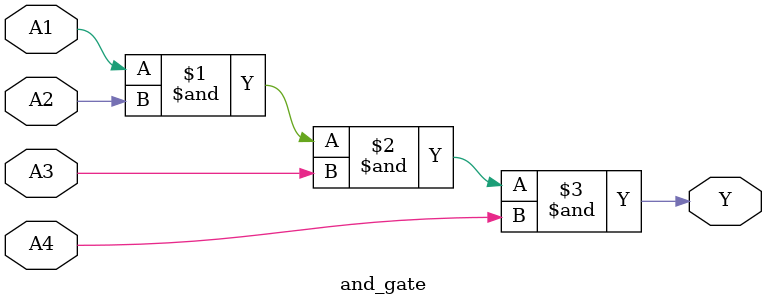
<source format=v>
module and_gate (
    input  A1,
    input  A2,
    input  A3,
    input  A4,
    output Y
);

    // Logic to check if all inputs are high
    assign Y = A1 & A2 & A3 & A4;

endmodule
</source>
